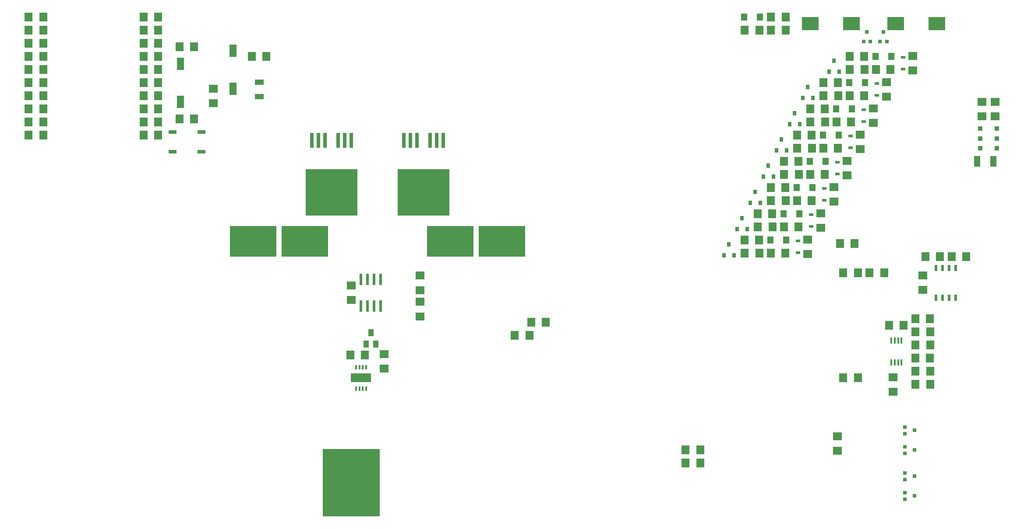
<source format=gtp>
G75*
%MOIN*%
%OFA0B0*%
%FSLAX24Y24*%
%IPPOS*%
%LPD*%
%AMOC8*
5,1,8,0,0,1.08239X$1,22.5*
%
%ADD10R,0.0327X0.0248*%
%ADD11R,0.0709X0.0630*%
%ADD12R,0.0630X0.0710*%
%ADD13R,0.0315X0.0354*%
%ADD14R,0.0630X0.0709*%
%ADD15R,0.0472X0.0551*%
%ADD16R,0.0118X0.0472*%
%ADD17R,0.0472X0.0787*%
%ADD18R,0.0354X0.0374*%
%ADD19R,0.0710X0.0630*%
%ADD20R,0.3543X0.2362*%
%ADD21R,0.0315X0.1181*%
%ADD22R,0.3937X0.3543*%
%ADD23R,0.0236X0.0866*%
%ADD24R,0.4331X0.5118*%
%ADD25R,0.0174X0.0350*%
%ADD26R,0.1575X0.0661*%
%ADD27R,0.0394X0.0551*%
%ADD28R,0.0551X0.0945*%
%ADD29R,0.0709X0.0394*%
%ADD30R,0.0600X0.0300*%
%ADD31R,0.1260X0.0984*%
%ADD32R,0.0276X0.0276*%
%ADD33R,0.0193X0.0512*%
D10*
X059600Y041172D03*
X059600Y042078D03*
X060600Y043172D03*
X060600Y044078D03*
X061600Y045172D03*
X061600Y046078D03*
X062600Y047172D03*
X062600Y048078D03*
X063600Y049172D03*
X063600Y050078D03*
X064600Y051172D03*
X064600Y052078D03*
X065600Y053172D03*
X065600Y054078D03*
X067600Y055172D03*
X067600Y056078D03*
D11*
X068350Y056176D03*
X068350Y055074D03*
X066350Y054176D03*
X066350Y053074D03*
X065350Y052176D03*
X065350Y051074D03*
X064350Y050176D03*
X064350Y049074D03*
X063350Y048176D03*
X063350Y047074D03*
X062350Y046176D03*
X062350Y045074D03*
X061350Y044176D03*
X061350Y043074D03*
X060350Y042176D03*
X060350Y041074D03*
X069100Y039426D03*
X069100Y038324D03*
X066850Y031676D03*
X066850Y030574D03*
X073600Y051574D03*
X073600Y052676D03*
X028100Y033426D03*
X028100Y032324D03*
X025600Y037574D03*
X025600Y038676D03*
X015100Y052574D03*
X015100Y053676D03*
D12*
X010910Y054125D03*
X010910Y055125D03*
X009790Y055125D03*
X009790Y054125D03*
X009790Y053125D03*
X009790Y052125D03*
X010910Y052125D03*
X010910Y053125D03*
X010910Y051125D03*
X010910Y050125D03*
X009790Y050125D03*
X009790Y051125D03*
X009790Y056125D03*
X009790Y057125D03*
X010910Y057125D03*
X010910Y056125D03*
X010910Y058125D03*
X009790Y058125D03*
X009790Y059125D03*
X010910Y059125D03*
X002160Y059125D03*
X001040Y059125D03*
X001040Y058125D03*
X002160Y058125D03*
X002160Y057125D03*
X002160Y056125D03*
X001040Y056125D03*
X001040Y057125D03*
X001040Y055125D03*
X001040Y054125D03*
X002160Y054125D03*
X002160Y055125D03*
X002160Y053125D03*
X002160Y052125D03*
X001040Y052125D03*
X001040Y053125D03*
X001040Y051125D03*
X001040Y050125D03*
X002160Y050125D03*
X002160Y051125D03*
X038040Y034875D03*
X039160Y034875D03*
X039290Y035875D03*
X040410Y035875D03*
X051040Y026125D03*
X051040Y025125D03*
X052160Y025125D03*
X052160Y026125D03*
X063040Y031625D03*
X064160Y031625D03*
X068540Y031125D03*
X068540Y032125D03*
X069660Y032125D03*
X069660Y031125D03*
X069660Y034125D03*
X069660Y035125D03*
X068540Y035125D03*
X068540Y034125D03*
X066160Y039625D03*
X065040Y039625D03*
X064160Y039625D03*
X063040Y039625D03*
X062790Y041875D03*
X063910Y041875D03*
X058660Y045125D03*
X057540Y045125D03*
X057660Y043125D03*
X056540Y043125D03*
X056660Y041125D03*
X055540Y041125D03*
X058540Y047125D03*
X059660Y047125D03*
X059540Y049125D03*
X060660Y049125D03*
X060540Y051125D03*
X061660Y051125D03*
X061540Y053125D03*
X062660Y053125D03*
X063540Y055125D03*
X064660Y055125D03*
X058660Y058125D03*
X057540Y058125D03*
X056660Y058125D03*
X055540Y058125D03*
X057540Y059125D03*
X058660Y059125D03*
D13*
X062350Y055808D03*
X061976Y054981D03*
X062724Y054981D03*
X060350Y053808D03*
X059976Y052981D03*
X060724Y052981D03*
X059350Y051808D03*
X058976Y050981D03*
X059724Y050981D03*
X058350Y049808D03*
X057976Y048981D03*
X058724Y048981D03*
X057350Y047808D03*
X056976Y046981D03*
X057724Y046981D03*
X056350Y045808D03*
X055976Y044981D03*
X056724Y044981D03*
X055350Y043808D03*
X054976Y042981D03*
X055724Y042981D03*
X054350Y041808D03*
X053976Y040981D03*
X054724Y040981D03*
D14*
X055549Y042125D03*
X056651Y042125D03*
X057549Y041125D03*
X058651Y041125D03*
X058549Y043125D03*
X057651Y044125D03*
X056549Y044125D03*
X057549Y046125D03*
X058651Y046125D03*
X059549Y045125D03*
X060651Y045125D03*
X060549Y047125D03*
X061651Y047125D03*
X059651Y048125D03*
X058549Y048125D03*
X059549Y050125D03*
X060651Y050125D03*
X061549Y049125D03*
X062651Y049125D03*
X062549Y051125D03*
X063651Y051125D03*
X063549Y053125D03*
X064651Y053125D03*
X062651Y054125D03*
X061549Y054125D03*
X061651Y052125D03*
X060549Y052125D03*
X063549Y056125D03*
X064651Y056125D03*
X065549Y055125D03*
X066651Y055125D03*
X059651Y043125D03*
X068549Y036125D03*
X067651Y035625D03*
X066549Y035625D03*
X069651Y036125D03*
X069651Y033125D03*
X068549Y033125D03*
X069299Y040875D03*
X070401Y040875D03*
X071299Y040875D03*
X072401Y040875D03*
X026651Y033375D03*
X025549Y033375D03*
X013651Y051375D03*
X012549Y051375D03*
X018049Y056125D03*
X019151Y056125D03*
X013651Y056875D03*
X012549Y056875D03*
D15*
X055509Y059125D03*
X056691Y059125D03*
X063509Y054125D03*
X064691Y054125D03*
X065509Y056125D03*
X066691Y056125D03*
X063691Y052125D03*
X062509Y052125D03*
X062691Y050125D03*
X061509Y050125D03*
X061691Y048125D03*
X060509Y048125D03*
X060691Y046125D03*
X059509Y046125D03*
X059691Y044125D03*
X058509Y044125D03*
X058691Y042125D03*
X057509Y042125D03*
D16*
X066716Y034456D03*
X066972Y034456D03*
X067228Y034456D03*
X067483Y034456D03*
X067483Y032793D03*
X067228Y032793D03*
X066972Y032793D03*
X066716Y032793D03*
D17*
X073220Y048125D03*
X074480Y048125D03*
D18*
X074720Y049125D03*
X074720Y049875D03*
X074720Y050625D03*
X073480Y050625D03*
X073480Y049875D03*
X073480Y049125D03*
D19*
X074600Y051565D03*
X074600Y052685D03*
X062600Y027185D03*
X062600Y026065D03*
X030850Y036315D03*
X030850Y037435D03*
X030850Y038315D03*
X030850Y039435D03*
D20*
X033131Y042050D03*
X037069Y042050D03*
X022069Y042050D03*
X018131Y042050D03*
D21*
X022600Y049750D03*
X023100Y049750D03*
X023600Y049750D03*
X024600Y049750D03*
X025100Y049750D03*
X025600Y049750D03*
X029600Y049750D03*
X030100Y049750D03*
X030600Y049750D03*
X031600Y049750D03*
X032100Y049750D03*
X032600Y049750D03*
D22*
X031100Y045773D03*
X024100Y045773D03*
D23*
X026350Y039149D03*
X026850Y039149D03*
X027350Y039149D03*
X027850Y039149D03*
X027850Y037101D03*
X027350Y037101D03*
X026850Y037101D03*
X026350Y037101D03*
D24*
X025600Y023625D03*
D25*
X025966Y030796D03*
X026222Y030796D03*
X026478Y030796D03*
X026734Y030796D03*
X026734Y032454D03*
X026478Y032454D03*
X026222Y032454D03*
X025966Y032454D03*
D26*
X026350Y031625D03*
D27*
X026726Y034192D03*
X027474Y034192D03*
X027100Y035058D03*
D28*
X012600Y052668D03*
X012600Y055582D03*
X016600Y056582D03*
X016600Y053668D03*
D29*
X018600Y054176D03*
X018600Y053074D03*
D30*
X014200Y050375D03*
X014200Y048875D03*
X012000Y048875D03*
X012000Y050375D03*
D31*
X060525Y058625D03*
X063675Y058625D03*
X067025Y058625D03*
X070175Y058625D03*
D32*
X066356Y057261D03*
X065844Y057261D03*
X065106Y057261D03*
X064594Y057261D03*
X064850Y057989D03*
X066100Y057989D03*
X067736Y027881D03*
X067736Y027369D03*
X068464Y027625D03*
X067736Y026381D03*
X067736Y025869D03*
X068464Y026125D03*
X067736Y024381D03*
X067736Y023869D03*
X068464Y024125D03*
X067736Y022881D03*
X067736Y022369D03*
X068464Y022625D03*
D33*
X070100Y037750D03*
X070600Y037750D03*
X071100Y037750D03*
X071600Y037750D03*
X071600Y040000D03*
X071100Y040000D03*
X070600Y040000D03*
X070100Y040000D03*
M02*

</source>
